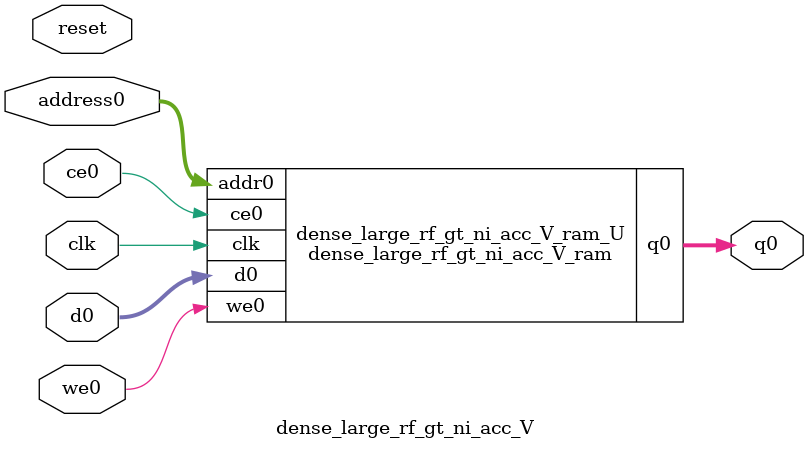
<source format=v>
`timescale 1 ns / 1 ps
module dense_large_rf_gt_ni_acc_V_ram (addr0, ce0, d0, we0, q0,  clk);

parameter DWIDTH = 12;
parameter AWIDTH = 4;
parameter MEM_SIZE = 16;

input[AWIDTH-1:0] addr0;
input ce0;
input[DWIDTH-1:0] d0;
input we0;
output reg[DWIDTH-1:0] q0;
input clk;

(* ram_style = "distributed" *)reg [DWIDTH-1:0] ram[0:MEM_SIZE-1];




always @(posedge clk)  
begin 
    if (ce0) 
    begin
        if (we0) 
        begin 
            ram[addr0] <= d0; 
        end 
        q0 <= ram[addr0];
    end
end


endmodule

`timescale 1 ns / 1 ps
module dense_large_rf_gt_ni_acc_V(
    reset,
    clk,
    address0,
    ce0,
    we0,
    d0,
    q0);

parameter DataWidth = 32'd12;
parameter AddressRange = 32'd16;
parameter AddressWidth = 32'd4;
input reset;
input clk;
input[AddressWidth - 1:0] address0;
input ce0;
input we0;
input[DataWidth - 1:0] d0;
output[DataWidth - 1:0] q0;



dense_large_rf_gt_ni_acc_V_ram dense_large_rf_gt_ni_acc_V_ram_U(
    .clk( clk ),
    .addr0( address0 ),
    .ce0( ce0 ),
    .we0( we0 ),
    .d0( d0 ),
    .q0( q0 ));

endmodule


</source>
